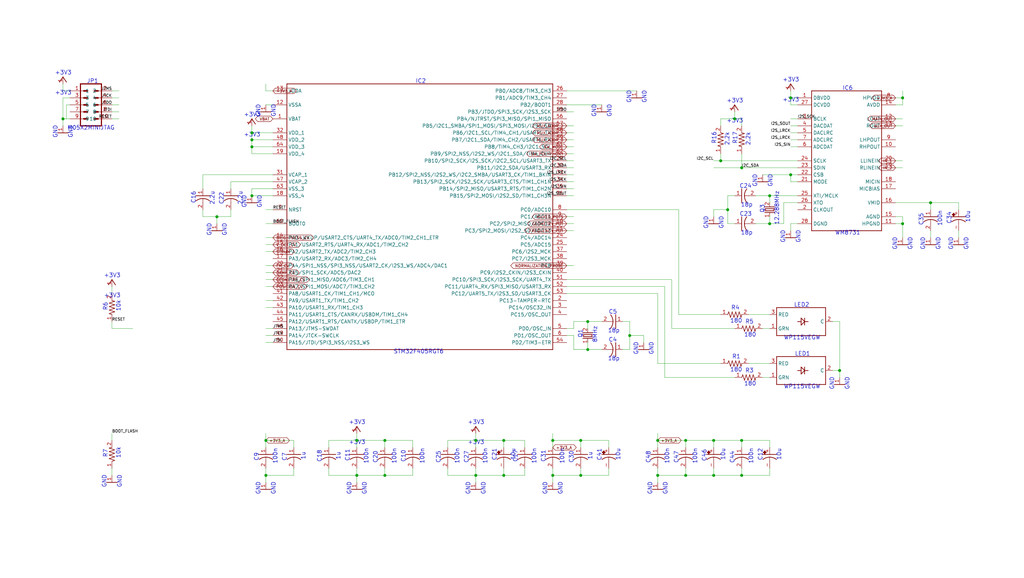
<source format=kicad_sch>
(kicad_sch (version 20231120) (generator "eeschema") (generator_version "8.0")
  (paper "User" 371.729 210.007)
  (junction (at 264.16 76.2))
  (junction (at 78.74 78.74))
  (junction (at 213.36 116.84))
  (junction (at 228.6 121.92))
  (junction (at 172.72 172.72))
  (junction (at 139.7 160.02))
  (junction (at 129.54 160.02))
  (junction (at 91.44 50.8))
  (junction (at 172.72 160.02))
  (junction (at 269.24 160.02))
  (junction (at 269.24 172.72))
  (junction (at 279.4 71.12))
  (junction (at 238.76 172.72))
  (junction (at 96.52 160.02))
  (junction (at 327.66 35.56))
  (junction (at 266.7 43.18))
  (junction (at 22.86 43.18))
  (junction (at 96.52 172.72))
  (junction (at 287.02 63.5))
  (junction (at 279.4 81.28))
  (junction (at 261.62 58.42))
  (junction (at 182.88 160.02))
  (junction (at 248.92 172.72))
  (junction (at 248.92 160.02))
  (junction (at 200.66 160.02))
  (junction (at 327.66 81.28))
  (junction (at 139.7 172.72))
  (junction (at 213.36 127))
  (junction (at 287.02 35.56))
  (junction (at 210.82 172.72))
  (junction (at 304.8 134.62))
  (junction (at 259.08 172.72))
  (junction (at 337.82 73.66))
  (junction (at 91.44 53.34))
  (junction (at 210.82 160.02))
  (junction (at 91.44 48.26))
  (junction (at 129.54 172.72))
  (junction (at 269.24 60.96))
  (junction (at 238.76 160.02))
  (junction (at 91.44 71.12))
  (junction (at 259.08 160.02))
  (junction (at 200.66 172.72))
  (junction (at 182.88 172.72))
  (wire (pts (xy 205.74 40.64) (xy 208.28 40.64)) (stroke (width 0.1)))
  (wire (pts (xy 289.56 43.18) (xy 287.02 43.18)) (stroke (width 0.1)))
  (wire (pts (xy 325.12 78.74) (xy 327.66 78.74)) (stroke (width 0.1)))
  (wire (pts (xy 99.06 38.1) (xy 96.52 38.1)) (stroke (width 0.1)))
  (wire (pts (xy 289.56 38.1) (xy 287.02 38.1)) (stroke (width 0.1)))
  (wire (pts (xy 172.72 172.72) (xy 182.88 172.72)) (stroke (width 0.1)))
  (wire (pts (xy 139.7 160.02) (xy 139.7 162.56)) (stroke (width 0.1)))
  (wire (pts (xy 205.74 106.68) (xy 238.76 106.68)) (stroke (width 0.1)))
  (wire (pts (xy 325.12 58.42) (xy 327.66 58.42)) (stroke (width 0.1)))
  (wire (pts (xy 210.82 172.72) (xy 220.98 172.72)) (stroke (width 0.1)))
  (wire (pts (xy 213.36 116.84) (xy 213.36 119.713)) (stroke (width 0.1)))
  (wire (pts (xy 248.92 170.18) (xy 248.92 172.72)) (stroke (width 0.1)))
  (wire (pts (xy 208.28 121.92) (xy 205.74 121.92)) (stroke (width 0.1)))
  (wire (pts (xy 205.74 50.8) (xy 208.28 50.8)) (stroke (width 0.1)))
  (wire (pts (xy 266.7 71.12) (xy 264.16 71.12)) (stroke (width 0.1)))
  (wire (pts (xy 205.74 104.14) (xy 241.3 104.14)) (stroke (width 0.1)))
  (wire (pts (xy 99.06 88.9) (xy 96.52 88.9)) (stroke (width 0.1)))
  (wire (pts (xy 218.44 127) (xy 213.36 127)) (stroke (width 0.1)))
  (wire (pts (xy 238.76 106.68) (xy 238.76 132.08)) (stroke (width 0.1)))
  (wire (pts (xy 259.08 160.02) (xy 259.08 162.56)) (stroke (width 0.1)))
  (wire (pts (xy 40.64 170.18) (xy 40.64 172.72)) (stroke (width 0.1)))
  (wire (pts (xy 99.06 33.02) (xy 96.52 33.02)) (stroke (width 0.1)))
  (wire (pts (xy 129.54 160.02) (xy 129.54 157.48)) (stroke (width 0.1)))
  (wire (pts (xy 40.64 35.56) (xy 43.18 35.56)) (stroke (width 0.1)))
  (wire (pts (xy 172.72 172.72) (xy 172.72 175.26)) (stroke (width 0.1)))
  (wire (pts (xy 220.98 160.02) (xy 220.98 162.56)) (stroke (width 0.1)))
  (wire (pts (xy 238.76 132.08) (xy 261.62 132.08)) (stroke (width 0.1)))
  (wire (pts (xy 266.7 43.18) (xy 261.62 43.18)) (stroke (width 0.1)))
  (wire (pts (xy 96.52 160.02) (xy 106.68 160.02)) (stroke (width 0.1)))
  (wire (pts (xy 40.64 119.38) (xy 48.26 119.38)) (stroke (width 0.1)))
  (wire (pts (xy 205.74 81.28) (xy 208.28 81.28)) (stroke (width 0.1)))
  (wire (pts (xy 304.8 137.16) (xy 304.8 134.62)) (stroke (width 0.1)))
  (wire (pts (xy 213.36 127) (xy 208.28 127)) (stroke (width 0.1)))
  (wire (pts (xy 284.48 73.66) (xy 289.56 73.66)) (stroke (width 0.1)))
  (wire (pts (xy 96.52 157.48) (xy 96.52 160.02)) (stroke (width 0.1)))
  (wire (pts (xy 172.72 170.18) (xy 172.72 172.72)) (stroke (width 0.1)))
  (wire (pts (xy 99.06 76.2) (xy 96.52 76.2)) (stroke (width 0.1)))
  (wire (pts (xy 210.82 160.02) (xy 210.82 162.56)) (stroke (width 0.1)))
  (wire (pts (xy 190.5 172.72) (xy 190.5 170.18)) (stroke (width 0.1)))
  (wire (pts (xy 205.74 58.42) (xy 208.28 58.42)) (stroke (width 0.1)))
  (wire (pts (xy 325.12 43.18) (xy 327.66 43.18)) (stroke (width 0.1)))
  (wire (pts (xy 269.24 172.72) (xy 279.4 172.72)) (stroke (width 0.1)))
  (wire (pts (xy 99.06 68.58) (xy 91.44 68.58)) (stroke (width 0.1)))
  (wire (pts (xy 264.16 81.28) (xy 266.7 81.28)) (stroke (width 0.1)))
  (wire (pts (xy 205.74 60.96) (xy 208.28 60.96)) (stroke (width 0.1)))
  (wire (pts (xy 289.56 71.12) (xy 279.4 71.12)) (stroke (width 0.1)))
  (wire (pts (xy 99.06 86.36) (xy 96.52 86.36)) (stroke (width 0.1)))
  (wire (pts (xy 287.02 63.5) (xy 287.02 66.04)) (stroke (width 0.1)))
  (wire (pts (xy 205.74 33.02) (xy 231.14 33.02)) (stroke (width 0.1)))
  (wire (pts (xy 266.7 43.18) (xy 266.7 40.64)) (stroke (width 0.1)))
  (wire (pts (xy 129.54 172.72) (xy 129.54 170.18)) (stroke (width 0.1)))
  (wire (pts (xy 40.64 40.64) (xy 43.18 40.64)) (stroke (width 0.1)))
  (wire (pts (xy 259.08 76.2) (xy 259.08 78.74)) (stroke (width 0.1)))
  (wire (pts (xy 269.24 43.18) (xy 266.7 43.18)) (stroke (width 0.1)))
  (wire (pts (xy 261.62 58.42) (xy 289.56 58.42)) (stroke (width 0.1)))
  (wire (pts (xy 327.66 81.28) (xy 327.66 86.36)) (stroke (width 0.1)))
  (wire (pts (xy 99.06 96.52) (xy 96.52 96.52)) (stroke (width 0.1)))
  (wire (pts (xy 269.24 160.02) (xy 279.4 160.02)) (stroke (width 0.1)))
  (wire (pts (xy 205.74 53.34) (xy 208.28 53.34)) (stroke (width 0.1)))
  (wire (pts (xy 287.02 35.56) (xy 287.02 33.02)) (stroke (width 0.1)))
  (wire (pts (xy 208.28 116.84) (xy 213.36 116.84)) (stroke (width 0.1)))
  (wire (pts (xy 220.98 172.72) (xy 220.98 170.18)) (stroke (width 0.1)))
  (wire (pts (xy 22.86 43.18) (xy 22.86 45.72)) (stroke (width 0.1)))
  (wire (pts (xy 99.06 109.22) (xy 96.52 109.22)) (stroke (width 0.1)))
  (wire (pts (xy 228.6 127) (xy 226.06 127)) (stroke (width 0.1)))
  (wire (pts (xy 264.16 71.12) (xy 264.16 76.2)) (stroke (width 0.1)))
  (wire (pts (xy 266.7 119.38) (xy 243.84 119.38)) (stroke (width 0.1)))
  (wire (pts (xy 162.56 160.02) (xy 162.56 162.56)) (stroke (width 0.1)))
  (wire (pts (xy 129.54 172.72) (xy 139.7 172.72)) (stroke (width 0.1)))
  (wire (pts (xy 190.5 160.02) (xy 190.5 162.56)) (stroke (width 0.1)))
  (wire (pts (xy 99.06 124.46) (xy 96.52 124.46)) (stroke (width 0.1)))
  (wire (pts (xy 162.56 170.18) (xy 162.56 172.72)) (stroke (width 0.1)))
  (wire (pts (xy 264.16 76.2) (xy 259.08 76.2)) (stroke (width 0.1)))
  (wire (pts (xy 287.02 38.1) (xy 287.02 35.56)) (stroke (width 0.1)))
  (wire (pts (xy 205.74 78.74) (xy 208.28 78.74)) (stroke (width 0.1)))
  (wire (pts (xy 73.66 76.2) (xy 73.66 78.74)) (stroke (width 0.1)))
  (wire (pts (xy 99.06 91.44) (xy 96.52 91.44)) (stroke (width 0.1)))
  (wire (pts (xy 162.56 172.72) (xy 172.72 172.72)) (stroke (width 0.1)))
  (wire (pts (xy 200.66 162.56) (xy 200.66 160.02)) (stroke (width 0.1)))
  (wire (pts (xy 205.74 119.38) (xy 208.28 119.38)) (stroke (width 0.1)))
  (wire (pts (xy 269.24 55.88) (xy 269.24 60.96)) (stroke (width 0.1)))
  (wire (pts (xy 73.66 78.74) (xy 78.74 78.74)) (stroke (width 0.1)))
  (wire (pts (xy 91.44 55.88) (xy 99.06 55.88)) (stroke (width 0.1)))
  (wire (pts (xy 106.68 160.02) (xy 106.68 162.56)) (stroke (width 0.1)))
  (wire (pts (xy 205.74 71.12) (xy 208.28 71.12)) (stroke (width 0.1)))
  (wire (pts (xy 243.84 101.6) (xy 205.74 101.6)) (stroke (width 0.1)))
  (wire (pts (xy 259.08 58.42) (xy 261.62 58.42)) (stroke (width 0.1)))
  (wire (pts (xy 213.36 127) (xy 213.36 124.127)) (stroke (width 0.1)))
  (wire (pts (xy 228.6 116.84) (xy 228.6 121.92)) (stroke (width 0.1)))
  (wire (pts (xy 205.74 76.2) (xy 246.38 76.2)) (stroke (width 0.1)))
  (wire (pts (xy 327.66 38.1) (xy 327.66 35.56)) (stroke (width 0.1)))
  (wire (pts (xy 22.86 33.02) (xy 22.86 30.48)) (stroke (width 0.1)))
  (wire (pts (xy 83.82 68.58) (xy 83.82 66.04)) (stroke (width 0.1)))
  (wire (pts (xy 337.82 73.66) (xy 337.82 76.2)) (stroke (width 0.1)))
  (wire (pts (xy 289.56 63.5) (xy 287.02 63.5)) (stroke (width 0.1)))
  (wire (pts (xy 228.6 121.92) (xy 233.68 121.92)) (stroke (width 0.1)))
  (wire (pts (xy 91.44 53.34) (xy 99.06 53.34)) (stroke (width 0.1)))
  (wire (pts (xy 246.38 114.3) (xy 261.62 114.3)) (stroke (width 0.1)))
  (wire (pts (xy 238.76 160.02) (xy 248.92 160.02)) (stroke (width 0.1)))
  (wire (pts (xy 99.06 104.14) (xy 96.52 104.14)) (stroke (width 0.1)))
  (wire (pts (xy 287.02 50.8) (xy 289.56 50.8)) (stroke (width 0.1)))
  (wire (pts (xy 279.4 160.02) (xy 279.4 162.56)) (stroke (width 0.1)))
  (wire (pts (xy 208.28 119.38) (xy 208.28 116.84)) (stroke (width 0.1)))
  (wire (pts (xy 325.12 38.1) (xy 327.66 38.1)) (stroke (width 0.1)))
  (wire (pts (xy 149.86 160.02) (xy 149.86 162.56)) (stroke (width 0.1)))
  (wire (pts (xy 200.66 170.18) (xy 200.66 172.72)) (stroke (width 0.1)))
  (wire (pts (xy 210.82 160.02) (xy 220.98 160.02)) (stroke (width 0.1)))
  (wire (pts (xy 279.4 71.12) (xy 279.4 73.993)) (stroke (width 0.1)))
  (wire (pts (xy 279.4 172.72) (xy 279.4 170.18)) (stroke (width 0.1)))
  (wire (pts (xy 269.24 45.72) (xy 269.24 43.18)) (stroke (width 0.1)))
  (wire (pts (xy 233.68 121.92) (xy 233.68 124.46)) (stroke (width 0.1)))
  (wire (pts (xy 269.24 172.72) (xy 269.24 170.18)) (stroke (width 0.1)))
  (wire (pts (xy 241.3 104.14) (xy 241.3 137.16)) (stroke (width 0.1)))
  (wire (pts (xy 279.4 81.28) (xy 279.4 78.407)) (stroke (width 0.1)))
  (wire (pts (xy 78.74 81.28) (xy 78.74 78.74)) (stroke (width 0.1)))
  (wire (pts (xy 259.08 160.02) (xy 269.24 160.02)) (stroke (width 0.1)))
  (wire (pts (xy 78.74 78.74) (xy 83.82 78.74)) (stroke (width 0.1)))
  (wire (pts (xy 119.38 160.02) (xy 129.54 160.02)) (stroke (width 0.1)))
  (wire (pts (xy 119.38 172.72) (xy 129.54 172.72)) (stroke (width 0.1)))
  (wire (pts (xy 96.52 172.72) (xy 96.52 175.26)) (stroke (width 0.1)))
  (wire (pts (xy 287.02 48.26) (xy 289.56 48.26)) (stroke (width 0.1)))
  (wire (pts (xy 172.72 160.02) (xy 172.72 162.56)) (stroke (width 0.1)))
  (wire (pts (xy 129.54 160.02) (xy 139.7 160.02)) (stroke (width 0.1)))
  (wire (pts (xy 40.64 38.1) (xy 43.18 38.1)) (stroke (width 0.1)))
  (wire (pts (xy 25.4 38.1) (xy 24.13 38.1)) (stroke (width 0.1)))
  (wire (pts (xy 238.76 170.18) (xy 238.76 172.72)) (stroke (width 0.1)))
  (wire (pts (xy 238.76 172.72) (xy 238.76 175.26)) (stroke (width 0.1)))
  (wire (pts (xy 205.74 38.1) (xy 218.44 38.1)) (stroke (width 0.1)))
  (wire (pts (xy 248.92 162.56) (xy 248.92 160.02)) (stroke (width 0.1)))
  (wire (pts (xy 182.88 162.56) (xy 182.88 160.02)) (stroke (width 0.1)))
  (wire (pts (xy 91.44 48.26) (xy 91.44 45.72)) (stroke (width 0.1)))
  (wire (pts (xy 238.76 172.72) (xy 248.92 172.72)) (stroke (width 0.1)))
  (wire (pts (xy 274.32 81.28) (xy 279.4 81.28)) (stroke (width 0.1)))
  (wire (pts (xy 22.86 35.56) (xy 22.86 43.18)) (stroke (width 0.1)))
  (wire (pts (xy 91.44 50.8) (xy 91.44 53.34)) (stroke (width 0.1)))
  (wire (pts (xy 119.38 162.56) (xy 119.38 160.02)) (stroke (width 0.1)))
  (wire (pts (xy 73.66 68.58) (xy 73.66 63.5)) (stroke (width 0.1)))
  (wire (pts (xy 139.7 172.72) (xy 139.7 170.18)) (stroke (width 0.1)))
  (wire (pts (xy 284.48 81.28) (xy 284.48 73.66)) (stroke (width 0.1)))
  (wire (pts (xy 182.88 172.72) (xy 190.5 172.72)) (stroke (width 0.1)))
  (wire (pts (xy 289.56 60.96) (xy 269.24 60.96)) (stroke (width 0.1)))
  (wire (pts (xy 40.64 104.14) (xy 40.64 106.68)) (stroke (width 0.1)))
  (wire (pts (xy 40.64 157.48) (xy 40.64 160.02)) (stroke (width 0.1)))
  (wire (pts (xy 91.44 68.58) (xy 91.44 71.12)) (stroke (width 0.1)))
  (wire (pts (xy 276.86 119.38) (xy 279.4 119.38)) (stroke (width 0.1)))
  (wire (pts (xy 287.02 66.04) (xy 289.56 66.04)) (stroke (width 0.1)))
  (wire (pts (xy 73.66 63.5) (xy 99.06 63.5)) (stroke (width 0.1)))
  (wire (pts (xy 325.12 81.28) (xy 327.66 81.28)) (stroke (width 0.1)))
  (wire (pts (xy 261.62 55.88) (xy 261.62 58.42)) (stroke (width 0.1)))
  (wire (pts (xy 325.12 45.72) (xy 327.66 45.72)) (stroke (width 0.1)))
  (wire (pts (xy 182.88 160.02) (xy 172.72 160.02)) (stroke (width 0.1)))
  (wire (pts (xy 99.06 121.92) (xy 96.52 121.92)) (stroke (width 0.1)))
  (wire (pts (xy 337.82 73.66) (xy 347.98 73.66)) (stroke (width 0.1)))
  (wire (pts (xy 208.28 127) (xy 208.28 121.92)) (stroke (width 0.1)))
  (wire (pts (xy 287.02 53.34) (xy 289.56 53.34)) (stroke (width 0.1)))
  (wire (pts (xy 261.62 43.18) (xy 261.62 45.72)) (stroke (width 0.1)))
  (wire (pts (xy 205.74 45.72) (xy 208.28 45.72)) (stroke (width 0.1)))
  (wire (pts (xy 289.56 81.28) (xy 287.02 81.28)) (stroke (width 0.1)))
  (wire (pts (xy 96.52 170.18) (xy 96.52 172.72)) (stroke (width 0.1)))
  (wire (pts (xy 139.7 160.02) (xy 149.86 160.02)) (stroke (width 0.1)))
  (wire (pts (xy 83.82 78.74) (xy 83.82 76.2)) (stroke (width 0.1)))
  (wire (pts (xy 200.66 172.72) (xy 210.82 172.72)) (stroke (width 0.1)))
  (wire (pts (xy 243.84 119.38) (xy 243.84 101.6)) (stroke (width 0.1)))
  (wire (pts (xy 271.78 132.08) (xy 279.4 132.08)) (stroke (width 0.1)))
  (wire (pts (xy 248.92 160.02) (xy 259.08 160.02)) (stroke (width 0.1)))
  (wire (pts (xy 200.66 160.02) (xy 210.82 160.02)) (stroke (width 0.1)))
  (wire (pts (xy 96.52 172.72) (xy 106.68 172.72)) (stroke (width 0.1)))
  (wire (pts (xy 279.4 81.28) (xy 284.48 81.28)) (stroke (width 0.1)))
  (wire (pts (xy 25.4 33.02) (xy 22.86 33.02)) (stroke (width 0.1)))
  (wire (pts (xy 287.02 63.5) (xy 276.86 63.5)) (stroke (width 0.1)))
  (wire (pts (xy 337.82 83.82) (xy 337.82 86.36)) (stroke (width 0.1)))
  (wire (pts (xy 287.02 81.28) (xy 287.02 83.82)) (stroke (width 0.1)))
  (wire (pts (xy 205.74 63.5) (xy 208.28 63.5)) (stroke (width 0.1)))
  (wire (pts (xy 172.72 160.02) (xy 162.56 160.02)) (stroke (width 0.1)))
  (wire (pts (xy 99.06 101.6) (xy 96.52 101.6)) (stroke (width 0.1)))
  (wire (pts (xy 91.44 48.26) (xy 91.44 50.8)) (stroke (width 0.1)))
  (wire (pts (xy 259.08 172.72) (xy 259.08 170.18)) (stroke (width 0.1)))
  (wire (pts (xy 22.86 43.18) (xy 25.4 43.18)) (stroke (width 0.1)))
  (wire (pts (xy 226.06 116.84) (xy 228.6 116.84)) (stroke (width 0.1)))
  (wire (pts (xy 210.82 172.72) (xy 210.82 170.18)) (stroke (width 0.1)))
  (wire (pts (xy 325.12 60.96) (xy 327.66 60.96)) (stroke (width 0.1)))
  (wire (pts (xy 40.64 33.02) (xy 43.18 33.02)) (stroke (width 0.1)))
  (wire (pts (xy 205.74 55.88) (xy 208.28 55.88)) (stroke (width 0.1)))
  (wire (pts (xy 40.64 43.18) (xy 43.18 43.18)) (stroke (width 0.1)))
  (wire (pts (xy 99.06 48.26) (xy 91.44 48.26)) (stroke (width 0.1)))
  (wire (pts (xy 91.44 71.12) (xy 99.06 71.12)) (stroke (width 0.1)))
  (wire (pts (xy 274.32 71.12) (xy 279.4 71.12)) (stroke (width 0.1)))
  (wire (pts (xy 304.8 116.84) (xy 304.8 134.62)) (stroke (width 0.1)))
  (wire (pts (xy 287.02 45.72) (xy 289.56 45.72)) (stroke (width 0.1)))
  (wire (pts (xy 271.78 114.3) (xy 279.4 114.3)) (stroke (width 0.1)))
  (wire (pts (xy 264.16 76.2) (xy 264.16 81.28)) (stroke (width 0.1)))
  (wire (pts (xy 269.24 160.02) (xy 269.24 162.56)) (stroke (width 0.1)))
  (wire (pts (xy 246.38 76.2) (xy 246.38 114.3)) (stroke (width 0.1)))
  (wire (pts (xy 40.64 116.84) (xy 40.64 119.38)) (stroke (width 0.1)))
  (wire (pts (xy 205.74 68.58) (xy 208.28 68.58)) (stroke (width 0.1)))
  (wire (pts (xy 83.82 66.04) (xy 99.06 66.04)) (stroke (width 0.1)))
  (wire (pts (xy 24.13 38.1) (xy 24.13 43.18)) (stroke (width 0.1)))
  (wire (pts (xy 129.54 175.26) (xy 129.54 172.72)) (stroke (width 0.1)))
  (wire (pts (xy 200.66 160.02) (xy 200.66 157.48)) (stroke (width 0.1)))
  (wire (pts (xy 106.68 172.72) (xy 106.68 170.18)) (stroke (width 0.1)))
  (wire (pts (xy 119.38 170.18) (xy 119.38 172.72)) (stroke (width 0.1)))
  (wire (pts (xy 139.7 172.72) (xy 149.86 172.72)) (stroke (width 0.1)))
  (wire (pts (xy 302.26 116.84) (xy 304.8 116.84)) (stroke (width 0.1)))
  (wire (pts (xy 327.66 35.56) (xy 327.66 33.02)) (stroke (width 0.1)))
  (wire (pts (xy 182.88 172.72) (xy 182.88 170.18)) (stroke (width 0.1)))
  (wire (pts (xy 129.54 162.56) (xy 129.54 160.02)) (stroke (width 0.1)))
  (wire (pts (xy 182.88 160.02) (xy 190.5 160.02)) (stroke (width 0.1)))
  (wire (pts (xy 276.86 137.16) (xy 279.4 137.16)) (stroke (width 0.1)))
  (wire (pts (xy 347.98 73.66) (xy 347.98 76.2)) (stroke (width 0.1)))
  (wire (pts (xy 289.56 35.56) (xy 287.02 35.56)) (stroke (width 0.1)))
  (wire (pts (xy 149.86 172.72) (xy 149.86 170.18)) (stroke (width 0.1)))
  (wire (pts (xy 99.06 81.28) (xy 96.52 81.28)) (stroke (width 0.1)))
  (wire (pts (xy 25.4 35.56) (xy 22.86 35.56)) (stroke (width 0.1)))
  (wire (pts (xy 238.76 162.56) (xy 238.76 160.02)) (stroke (width 0.1)))
  (wire (pts (xy 91.44 53.34) (xy 91.44 55.88)) (stroke (width 0.1)))
  (wire (pts (xy 248.92 172.72) (xy 259.08 172.72)) (stroke (width 0.1)))
  (wire (pts (xy 304.8 134.62) (xy 302.26 134.62)) (stroke (width 0.1)))
  (wire (pts (xy 325.12 35.56) (xy 327.66 35.56)) (stroke (width 0.1)))
  (wire (pts (xy 99.06 99.06) (xy 96.52 99.06)) (stroke (width 0.1)))
  (wire (pts (xy 347.98 83.82) (xy 347.98 86.36)) (stroke (width 0.1)))
  (wire (pts (xy 99.06 119.38) (xy 96.52 119.38)) (stroke (width 0.1)))
  (wire (pts (xy 96.52 160.02) (xy 96.52 162.56)) (stroke (width 0.1)))
  (wire (pts (xy 205.74 66.04) (xy 208.28 66.04)) (stroke (width 0.1)))
  (wire (pts (xy 327.66 78.74) (xy 327.66 81.28)) (stroke (width 0.1)))
  (wire (pts (xy 259.08 172.72) (xy 269.24 172.72)) (stroke (width 0.1)))
  (wire (pts (xy 269.24 60.96) (xy 259.08 60.96)) (stroke (width 0.1)))
  (wire (pts (xy 218.44 116.84) (xy 213.36 116.84)) (stroke (width 0.1)))
  (wire (pts (xy 205.74 83.82) (xy 208.28 83.82)) (stroke (width 0.1)))
  (wire (pts (xy 91.44 50.8) (xy 99.06 50.8)) (stroke (width 0.1)))
  (wire (pts (xy 205.74 48.26) (xy 208.28 48.26)) (stroke (width 0.1)))
  (wire (pts (xy 205.74 96.52) (xy 208.28 96.52)) (stroke (width 0.1)))
  (wire (pts (xy 238.76 160.02) (xy 238.76 157.48)) (stroke (width 0.1)))
  (wire (pts (xy 96.52 33.02) (xy 96.52 30.48)) (stroke (width 0.1)))
  (wire (pts (xy 228.6 121.92) (xy 228.6 127)) (stroke (width 0.1)))
  (wire (pts (xy 99.06 111.76) (xy 96.52 111.76)) (stroke (width 0.1)))
  (wire (pts (xy 241.3 137.16) (xy 266.7 137.16)) (stroke (width 0.1)))
  (wire (pts (xy 325.12 73.66) (xy 337.82 73.66)) (stroke (width 0.1)))
  (wire (pts (xy 172.72 157.48) (xy 172.72 160.02)) (stroke (width 0.1)))
  (wire (pts (xy 200.66 172.72) (xy 200.66 175.26)) (stroke (width 0.1)))
  (text "C24" (at 268.436 68.58 0) (effects (font (size 1.48 1.48)) (justify left bottom)))
  (text "C10" (at 147.32 168.08 90) (effects (font (size 1.48 1.48)) (justify left bottom)))
  (text "GND" (at 80.645 85.858 90) (effects (font (size 1.48 1.48)) (justify left top)))
  (text "STM32F405RGT6" (at 142.869 127 0) (effects (font (size 1.48 1.48)) (justify left top)))
  (text "C11" (at 127 167.753 90) (effects (font (size 1.48 1.48)) (justify left bottom)))
  (text "GND" (at 285.115 88.398 90) (effects (font (size 1.48 1.48)) (justify left bottom)))
  (text "100n" (at 251.46 168.68 90) (effects (font (size 1.48 1.48)) (justify left top)))
  (text "C20" (at 137.16 168.408 90) (effects (font (size 1.48 1.48)) (justify left bottom)))
  (text "GND" (at 329.565 90.938 90) (effects (font (size 1.48 1.48)) (justify left top)))
  (text "C7" (at 104.14 167.662 90) (effects (font (size 1.48 1.48)) (justify left bottom)))
  (text "M05X2MINIJTAG" (at 24.473 45.72 0) (effects (font (size 1.48 1.48)) (justify left top)))
  (text "100n" (at 132.08 168.68 90) (effects (font (size 1.48 1.48)) (justify left top)))
  (text "R7" (at 39.14 166.356 90) (effects (font (size 1.48 1.48)) (justify left bottom)))
  (text "GND" (at 76.835 85.858 90) (effects (font (size 1.48 1.48)) (justify left bottom)))
  (text "GND" (at 220.345 42.678 90) (effects (font (size 1.48 1.48)) (justify left top)))
  (text "GND" (at 260.985 83.318 90) (effects (font (size 1.48 1.48)) (justify left top)))
  (text "C27" (at 170.18 168.408 90) (effects (font (size 1.48 1.48)) (justify left bottom)))
  (text "+3V3" (at 37.674 106.592 0) (effects (font (size 1.48 1.48)) (justify left top)))
  (text "10u" (at 350.52 80.987 90) (effects (font (size 1.48 1.48)) (justify left top)))
  (text "C23" (at 268.472 78.74 0) (effects (font (size 1.48 1.48)) (justify left bottom)))
  (text "GND" (at 198.755 179.838 90) (effects (font (size 1.48 1.48)) (justify left bottom)))
  (text "GND" (at 89.535 75.698 90) (effects (font (size 1.48 1.48)) (justify left bottom)))
  (text "2.2k" (at 263.12 53.001 90) (effects (font (size 1.48 1.48)) (justify left top)))
  (text "C48" (at 236.22 168.443 90) (effects (font (size 1.48 1.48)) (justify left bottom)))
  (text "2.2k" (at 270.74 53.001 90) (effects (font (size 1.48 1.48)) (justify left top)))
  (text "R16" (at 260.12 52.437 90) (effects (font (size 1.48 1.48)) (justify left bottom)))
  (text "GND" (at 235.585 129.038 90) (effects (font (size 1.48 1.48)) (justify left top)))
  (text "C21" (at 180.34 167.492 90) (effects (font (size 1.48 1.48)) (justify left bottom)))
  (text "100n" (at 193.04 168.68 90) (effects (font (size 1.48 1.48)) (justify left top)))
  (text "GND" (at 94.615 179.838 90) (effects (font (size 1.48 1.48)) (justify left bottom)))
  (text "2.2u" (at 86.36 74.591 90) (effects (font (size 1.48 1.48)) (justify left top)))
  (text "100n" (at 340.36 82.32 90) (effects (font (size 1.48 1.48)) (justify left top)))
  (text "R17" (at 267.74 52.474 90) (effects (font (size 1.48 1.48)) (justify left bottom)))
  (text "180" (at 265.027 133.58 0) (effects (font (size 1.48 1.48)) (justify left top)))
  (text "18p" (at 220.649 119.38 0) (effects (font (size 1.48 1.48)) (justify left top)))
  (text "1u" (at 213.36 167.189 90) (effects (font (size 1.48 1.48)) (justify left top)))
  (text "+3V3" (at 126.574 159.932 0) (effects (font (size 1.48 1.48)) (justify left top)))
  (text "GND" (at 274.955 68.078 90) (effects (font (size 1.48 1.48)) (justify left bottom)))
  (text "+3V3" (at 19.894 27.393 0) (effects (font (size 1.48 1.48)) (justify left bottom)))
  (text "+3V3" (at 88.474 42.633 0) (effects (font (size 1.48 1.48)) (justify left bottom)))
  (text "180" (at 270.107 120.88 0) (effects (font (size 1.48 1.48)) (justify left top)))
  (text "LED2" (at 288.193 111.76 0) (effects (font (size 1.48 1.48)) (justify left bottom)))
  (text "100n" (at 203.2 168.68 90) (effects (font (size 1.48 1.48)) (justify left top)))
  (text "C12" (at 276.86 167.492 90) (effects (font (size 1.48 1.48)) (justify left bottom)))
  (text "180" (at 270.107 138.66 0) (effects (font (size 1.48 1.48)) (justify left top)))
  (text "GND" (at 98.425 42.678 90) (effects (font (size 1.48 1.48)) (justify left top)))
  (text "+3V3" (at 284.054 35.472 0) (effects (font (size 1.48 1.48)) (justify left top)))
  (text "GND" (at 288.925 88.398 90) (effects (font (size 1.48 1.48)) (justify left top)))
  (text "GND" (at 93.345 75.698 90) (effects (font (size 1.48 1.48)) (justify left top)))
  (text "GND" (at 325.755 90.938 90) (effects (font (size 1.48 1.48)) (justify left bottom)))
  (text "100n" (at 142.24 168.68 90) (effects (font (size 1.48 1.48)) (justify left top)))
  (text "Q3" (at 277.622 77.529 90) (effects (font (size 1.48 1.48)) (justify left bottom)))
  (text "WP115VEGW" (at 284.499 139.7 0) (effects (font (size 1.48 1.48)) (justify left top)))
  (text "GND" (at 257.175 83.318 90) (effects (font (size 1.48 1.48)) (justify left bottom)))
  (text "C16" (at 71.12 74.063 90) (effects (font (size 1.48 1.48)) (justify left bottom)))
  (text "180" (at 265.027 115.8 0) (effects (font (size 1.48 1.48)) (justify left top)))
  (text "C35" (at 335.28 82.048 90) (effects (font (size 1.48 1.48)) (justify left bottom)))
  (text "GND" (at 174.625 179.838 90) (effects (font (size 1.48 1.48)) (justify left top)))
  (text "10u" (at 281.94 167.347 90) (effects (font (size 1.48 1.48)) (justify left top)))
  (text "GND" (at 302.895 141.738 90) (effects (font (size 1.48 1.48)) (justify left bottom)))
  (text "100n" (at 241.3 168.68 90) (effects (font (size 1.48 1.48)) (justify left top)))
  (text "JP1" (at 31.491 30.48 0) (effects (font (size 1.48 1.48)) (justify left bottom)))
  (text "10u" (at 261.62 167.347 90) (effects (font (size 1.48 1.48)) (justify left top)))
  (text "C44" (at 266.7 168.481 90) (effects (font (size 1.48 1.48)) (justify left bottom)))
  (text "8MHz" (at 215.138 124.63 90) (effects (font (size 1.48 1.48)) (justify left top)))
  (text "10u" (at 223.52 167.347 90) (effects (font (size 1.48 1.48)) (justify left top)))
  (text "1u" (at 121.92 167.189 90) (effects (font (size 1.48 1.48)) (justify left top)))
  (text "C30" (at 208.28 168.408 90) (effects (font (size 1.48 1.48)) (justify left bottom)))
  (text "R1" (at 265.771 130.58 0) (effects (font (size 1.48 1.48)) (justify left bottom)))
  (text "10k" (at 42.14 113.325 90) (effects (font (size 1.48 1.48)) (justify left top)))
  (text "GND" (at 42.545 177.298 90) (effects (font (size 1.48 1.48)) (justify left top)))
  (text "C22" (at 81.28 74.428 90) (effects (font (size 1.48 1.48)) (justify left bottom)))
  (text "R3" (at 270.524 135.66 0) (effects (font (size 1.48 1.48)) (justify left bottom)))
  (text "GND" (at 346.075 90.938 90) (effects (font (size 1.48 1.48)) (justify left bottom)))
  (text "R6" (at 39.14 112.979 90) (effects (font (size 1.48 1.48)) (justify left bottom)))
  (text "C25" (at 160.02 168.408 90) (effects (font (size 1.48 1.48)) (justify left bottom)))
  (text "100n" (at 175.26 168.68 90) (effects (font (size 1.48 1.48)) (justify left top)))
  (text "GND" (at 202.565 179.838 90) (effects (font (size 1.48 1.48)) (justify left top)))
  (text "+3V3" (at 88.474 48.173 0) (effects (font (size 1.48 1.48)) (justify left top)))
  (text "GND" (at 24.765 50.298 90) (effects (font (size 1.48 1.48)) (justify left top)))
  (text "+3V3" (at 37.674 101.053 0) (effects (font (size 1.48 1.48)) (justify left bottom)))
  (text "+3V3" (at 263.734 43.092 0) (effects (font (size 1.48 1.48)) (justify left top)))
  (text "+3V3" (at 169.754 154.393 0) (effects (font (size 1.48 1.48)) (justify left bottom)))
  (text "C17" (at 187.96 168.08 90) (effects (font (size 1.48 1.48)) (justify left bottom)))
  (text "GND" (at 306.705 141.738 90) (effects (font (size 1.48 1.48)) (justify left top)))
  (text "IC6" (at 305.849 33.02 0) (effects (font (size 1.48 1.48)) (justify left bottom)))
  (text "100n" (at 152.4 168.68 90) (effects (font (size 1.48 1.48)) (justify left top)))
  (text "GND" (at 94.615 42.678 90) (effects (font (size 1.48 1.48)) (justify left bottom)))
  (text "GND" (at 98.425 179.838 90) (effects (font (size 1.48 1.48)) (justify left top)))
  (text "Q1" (at 211.582 122.922 90) (effects (font (size 1.48 1.48)) (justify left bottom)))
  (text "+3V3" (at 169.754 159.932 0) (effects (font (size 1.48 1.48)) (justify left top)))
  (text "C31" (at 198.12 168.08 90) (effects (font (size 1.48 1.48)) (justify left bottom)))
  (text "GND" (at 236.855 179.838 90) (effects (font (size 1.48 1.48)) (justify left bottom)))
  (text "1u" (at 109.22 167.189 90) (effects (font (size 1.48 1.48)) (justify left top)))
  (text "C34" (at 345.44 81.496 90) (effects (font (size 1.48 1.48)) (justify left bottom)))
  (text "GND" (at 229.235 37.598 90) (effects (font (size 1.48 1.48)) (justify left bottom)))
  (text "R5" (at 270.524 117.88 0) (effects (font (size 1.48 1.48)) (justify left bottom)))
  (text "100n" (at 271.78 168.68 90) (effects (font (size 1.48 1.48)) (justify left top)))
  (text "+3V3" (at 19.894 32.932 0) (effects (font (size 1.48 1.48)) (justify left top)))
  (text "+3V3" (at 126.574 154.393 0) (effects (font (size 1.48 1.48)) (justify left bottom)))
  (text "GND" (at 38.735 177.298 90) (effects (font (size 1.48 1.48)) (justify left bottom)))
  (text "GND" (at 131.445 179.838 90) (effects (font (size 1.48 1.48)) (justify left top)))
  (text "GND" (at 170.815 179.838 90) (effects (font (size 1.48 1.48)) (justify left bottom)))
  (text "12.288MHz" (at 281.178 81.873 90) (effects (font (size 1.48 1.48)) (justify left top)))
  (text "100n" (at 99.06 168.68 90) (effects (font (size 1.48 1.48)) (justify left top)))
  (text "18p" (at 268.909 73.66 0) (effects (font (size 1.48 1.48)) (justify left top)))
  (text "WM8731" (at 303.138 83.82 0) (effects (font (size 1.48 1.48)) (justify left top)))
  (text "GND" (at 240.665 179.838 90) (effects (font (size 1.48 1.48)) (justify left top)))
  (text "C46" (at 256.54 167.819 90) (effects (font (size 1.48 1.48)) (justify left bottom)))
  (text "C4" (at 220.921 124.46 0) (effects (font (size 1.48 1.48)) (justify left bottom)))
  (text "C18" (at 116.84 168.08 90) (effects (font (size 1.48 1.48)) (justify left bottom)))
  (text "100n" (at 165.1 168.68 90) (effects (font (size 1.48 1.48)) (justify left top)))
  (text "+3V3" (at 263.734 37.553 0) (effects (font (size 1.48 1.48)) (justify left bottom)))
  (text "R4" (at 265.408 112.8 0) (effects (font (size 1.48 1.48)) (justify left bottom)))
  (text "LED1" (at 288.52 129.54 0) (effects (font (size 1.48 1.48)) (justify left bottom)))
  (text "18p" (at 268.909 83.82 0) (effects (font (size 1.48 1.48)) (justify left top)))
  (text "WP115VEGW" (at 284.499 121.92 0) (effects (font (size 1.48 1.48)) (justify left top)))
  (text "GND" (at 339.725 90.938 90) (effects (font (size 1.48 1.48)) (justify left top)))
  (text "GND" (at 20.955 50.298 90) (effects (font (size 1.48 1.48)) (justify left bottom)))
  (text "C9" (at 93.98 167.626 90) (effects (font (size 1.48 1.48)) (justify left bottom)))
  (text "GND" (at 127.635 179.838 90) (effects (font (size 1.48 1.48)) (justify left bottom)))
  (text "10u" (at 185.42 167.347 90) (effects (font (size 1.48 1.48)) (justify left top)))
  (text "+3V3" (at 284.054 29.932 0) (effects (font (size 1.48 1.48)) (justify left bottom)))
  (text "10k" (at 42.14 166.665 90) (effects (font (size 1.48 1.48)) (justify left top)))
  (text "C47" (at 246.38 168.444 90) (effects (font (size 1.48 1.48)) (justify left bottom)))
  (text "GND" (at 216.535 42.678 90) (effects (font (size 1.48 1.48)) (justify left bottom)))
  (text "GND" (at 335.915 90.938 90) (effects (font (size 1.48 1.48)) (justify left bottom)))
  (text "GND" (at 231.775 129.038 90) (effects (font (size 1.48 1.48)) (justify left bottom)))
  (text "IC2" (at 150.872 30.48 0) (effects (font (size 1.48 1.48)) (justify left bottom)))
  (text "C41" (at 218.44 167.529 90) (effects (font (size 1.48 1.48)) (justify left bottom)))
  (text "GND" (at 233.045 37.598 90) (effects (font (size 1.48 1.48)) (justify left top)))
  (text "GND" (at 278.765 68.078 90) (effects (font (size 1.48 1.48)) (justify left top)))
  (text "18p" (at 220.649 129.54 0) (effects (font (size 1.48 1.48)) (justify left top)))
  (text "GND" (at 349.885 90.938 90) (effects (font (size 1.48 1.48)) (justify left top)))
  (text "C5" (at 220.958 114.3 0) (effects (font (size 1.48 1.48)) (justify left bottom)))
  (text "2.2u" (at 76.2 74.591 90) (effects (font (size 1.48 1.48)) (justify left top)))
  (label "BOOT_FLASH" (at 99.06 81.28 0) (effects (font (size 1.016 1.016))))
  (label "I2C_SCL" (at 205.74 58.42 180) (effects (font (size 1.016 1.016))))
  (label "I2S_LRCK" (at 287.02 50.8 180) (effects (font (size 1.016 1.016))))
  (label "JTMS" (at 40.64 33.02 180) (effects (font (size 1.016 1.016))))
  (label "I2S_SIN" (at 205.74 68.58 180) (effects (font (size 1.016 1.016))))
  (label "I2S_SOUT" (at 205.74 71.12 180) (effects (font (size 1.016 1.016))))
  (label "I2S_SOUT" (at 287.02 45.72 180) (effects (font (size 1.016 1.016))))
  (label "JTDI" (at 99.06 124.46 0) (effects (font (size 1.016 1.016))))
  (label "I2S_SIN" (at 287.02 53.34 180) (effects (font (size 1.016 1.016))))
  (label "RESET" (at 40.64 116.84 0) (effects (font (size 1.016 1.016))))
  (label "RESET" (at 40.64 43.18 180) (effects (font (size 1.016 1.016))))
  (label "I2C_SDA" (at 205.74 60.96 180) (effects (font (size 1.016 1.016))))
  (label "JTCK" (at 40.64 35.56 180) (effects (font (size 1.016 1.016))))
  (label "I2S_LRCK" (at 287.02 48.26 180) (effects (font (size 1.016 1.016))))
  (label "JTDO" (at 205.74 40.64 180) (effects (font (size 1.016 1.016))))
  (label "I2S_SCK" (at 205.74 66.04 180) (effects (font (size 1.016 1.016))))
  (label "JTDO" (at 40.64 38.1 180) (effects (font (size 1.016 1.016))))
  (label "RESET" (at 99.06 76.2 0) (effects (font (size 1.016 1.016))))
  (label "I2S_SCK" (at 289.56 43.18 0) (effects (font (size 1.016 1.016))))
  (label "I2C_SDA" (at 269.24 60.96 0) (effects (font (size 1.016 1.016))))
  (label "JTDI" (at 40.64 40.64 180) (effects (font (size 1.016 1.016))))
  (label "JTCK" (at 99.06 121.92 0) (effects (font (size 1.016 1.016))))
  (label "JTMS" (at 99.06 119.38 0) (effects (font (size 1.016 1.016))))
  (label "BOOT_FLASH" (at 40.64 157.48 0) (effects (font (size 1.016 1.016))))
  (label "I2C_SCL" (at 259.08 58.42 180) (effects (font (size 1.016 1.016))))
  (label "I2S_LRCK" (at 205.74 63.5 180) (effects (font (size 1.016 1.016))))
  (global_label "IN_1" (shape bidirectional) (at 325.12 58.42 180) (effects (font (size 1.016 1.016))) (property "Intersheetrefs" "${INTERSHEET_REFS}" (effects (hide yes))))
  (global_label "FREQUENCY_POT" (shape bidirectional) (at 205.74 83.82 180) (effects (font (size 1.016 1.016))) (property "Intersheetrefs" "${INTERSHEET_REFS}" (effects (hide yes))))
  (global_label "+3V3_A" (shape bidirectional) (at 325.12 35.56 180) (effects (font (size 1.016 1.016))) (property "Intersheetrefs" "${INTERSHEET_REFS}" (effects (hide yes))))
  (global_label "+3V3_A" (shape bidirectional) (at 200.66 162.56 0) (effects (font (size 1.016 1.016))) (property "Intersheetrefs" "${INTERSHEET_REFS}" (effects (hide yes))))
  (global_label "AUX_OUT" (shape bidirectional) (at 325.12 45.72 180) (effects (font (size 1.016 1.016))) (property "Intersheetrefs" "${INTERSHEET_REFS}" (effects (hide yes))))
  (global_label "MAIN_OUT" (shape bidirectional) (at 325.12 43.18 180) (effects (font (size 1.016 1.016))) (property "Intersheetrefs" "${INTERSHEET_REFS}" (effects (hide yes))))
  (global_label "SW_MODE" (shape bidirectional) (at 205.74 53.34 180) (effects (font (size 1.016 1.016))) (property "Intersheetrefs" "${INTERSHEET_REFS}" (effects (hide yes))))
  (global_label "DAMP_CV" (shape bidirectional) (at 99.06 99.06 0) (effects (font (size 1.016 1.016))) (property "Intersheetrefs" "${INTERSHEET_REFS}" (effects (hide yes))))
  (global_label "SW_POLYPHONY" (shape bidirectional) (at 205.74 55.88 180) (effects (font (size 1.016 1.016))) (property "Intersheetrefs" "${INTERSHEET_REFS}" (effects (hide yes))))
  (global_label "MUX_ADDR_0" (shape bidirectional) (at 205.74 50.8 180) (effects (font (size 1.016 1.016))) (property "Intersheetrefs" "${INTERSHEET_REFS}" (effects (hide yes))))
  (global_label "BRIGHTNESS_CV" (shape bidirectional) (at 99.06 86.36 0) (effects (font (size 1.016 1.016))) (property "Intersheetrefs" "${INTERSHEET_REFS}" (effects (hide yes))))
  (global_label "POSITION_CV" (shape bidirectional) (at 99.06 104.14 0) (effects (font (size 1.016 1.016))) (property "Intersheetrefs" "${INTERSHEET_REFS}" (effects (hide yes))))
  (global_label "+3V3_A" (shape bidirectional) (at 238.76 160.02 0) (effects (font (size 1.016 1.016))) (property "Intersheetrefs" "${INTERSHEET_REFS}" (effects (hide yes))))
  (global_label "FM_CV" (shape bidirectional) (at 99.06 96.52 0) (effects (font (size 1.016 1.016))) (property "Intersheetrefs" "${INTERSHEET_REFS}" (effects (hide yes))))
  (global_label "+3V3_A" (shape bidirectional) (at 96.52 160.02 0) (effects (font (size 1.016 1.016))) (property "Intersheetrefs" "${INTERSHEET_REFS}" (effects (hide yes))))
  (global_label "STRUM" (shape bidirectional) (at 99.06 91.44 0) (effects (font (size 1.016 1.016))) (property "Intersheetrefs" "${INTERSHEET_REFS}" (effects (hide yes))))
  (global_label "MUX_ADDR_1" (shape bidirectional) (at 205.74 48.26 180) (effects (font (size 1.016 1.016))) (property "Intersheetrefs" "${INTERSHEET_REFS}" (effects (hide yes))))
  (global_label "GEOMETRY_CV" (shape bidirectional) (at 99.06 101.6 0) (effects (font (size 1.016 1.016))) (property "Intersheetrefs" "${INTERSHEET_REFS}" (effects (hide yes))))
  (global_label "NORMALIZATION_PROBE" (shape bidirectional) (at 205.74 96.52 180) (effects (font (size 1.016 1.016))) (property "Intersheetrefs" "${INTERSHEET_REFS}" (effects (hide yes))))
  (global_label "MUX_ADDR_2" (shape bidirectional) (at 205.74 45.72 180) (effects (font (size 1.016 1.016))) (property "Intersheetrefs" "${INTERSHEET_REFS}" (effects (hide yes))))
  (global_label "+3V3_A" (shape bidirectional) (at 99.06 33.02 0) (effects (font (size 1.016 1.016))) (property "Intersheetrefs" "${INTERSHEET_REFS}" (effects (hide yes))))
  (global_label "VBAT" (shape bidirectional) (at 99.06 43.18 180) (effects (font (size 1.016 1.016))) (property "Intersheetrefs" "${INTERSHEET_REFS}" (effects (hide yes))))
  (global_label "IN_2" (shape bidirectional) (at 325.12 60.96 180) (effects (font (size 1.016 1.016))) (property "Intersheetrefs" "${INTERSHEET_REFS}" (effects (hide yes))))
  (global_label "GEOMETRY_POT" (shape bidirectional) (at 205.74 81.28 180) (effects (font (size 1.016 1.016))) (property "Intersheetrefs" "${INTERSHEET_REFS}" (effects (hide yes))))
  (global_label "V_OCT_CV" (shape bidirectional) (at 99.06 88.9 0) (effects (font (size 1.016 1.016))) (property "Intersheetrefs" "${INTERSHEET_REFS}" (effects (hide yes))))
  (global_label "MUXED_POTS" (shape bidirectional) (at 205.74 78.74 180) (effects (font (size 1.016 1.016))) (property "Intersheetrefs" "${INTERSHEET_REFS}" (effects (hide yes))))
  (symbol (lib_id "rangoon-eagle-import:GND") (at 231.14 35.56 0) (unit 1)
    (property "Reference" "#GND70" (effects (hide yes)))
    (property "Value" "GND" (effects (hide yes)))
  )
  (symbol (lib_id "rangoon-eagle-import:GND") (at 96.52 40.64 0) (unit 1)
    (property "Reference" "#GND23" (effects (hide yes)))
    (property "Value" "GND" (effects (hide yes)))
  )
  (symbol (lib_id "rangoon-eagle-import:GND") (at 238.76 177.8 0) (unit 1)
    (property "Reference" "#GND45" (effects (hide yes)))
    (property "Value" "GND" (effects (hide yes)))
  )
  (symbol (lib_id "rangoon-eagle-import:+3V3") (at 129.54 155.893 0) (unit 1)
    (property "Reference" "#+3V8" (effects (hide yes)))
    (property "Value" "+3V3" (effects (hide yes)))
  )
  (symbol (lib_id "rangoon-eagle-import:GND") (at 276.86 66.04 0) (unit 1)
    (property "Reference" "#GND17" (effects (hide yes)))
    (property "Value" "GND" (effects (hide yes)))
  )
  (symbol (lib_id "rangoon-eagle-import:C-USC0603_3") (at 149.86 166.37 0) (unit 1)
    (property "Reference" "C10" (effects (hide yes)))
    (property "Value" "100n" (effects (hide yes)))
    (property "Footprint" "rangoon:CAP_0603" (effects (hide yes)))
  )
  (symbol (lib_id "rangoon-eagle-import:GND") (at 22.86 48.26 0) (unit 1)
    (property "Reference" "#GND67" (effects (hide yes)))
    (property "Value" "GND" (effects (hide yes)))
  )
  (symbol (lib_id "rangoon-eagle-import:R-US_R0603_35") (at 269.24 50.8 0) (unit 1)
    (property "Reference" "R17" (effects (hide yes)))
    (property "Value" "2.2k" (effects (hide yes)))
    (property "Footprint" "rangoon:RES_0603" (effects (hide yes)))
  )
  (symbol (lib_id "rangoon-eagle-import:C-USC0603_3") (at 172.72 166.37 0) (unit 1)
    (property "Reference" "C27" (effects (hide yes)))
    (property "Value" "100n" (effects (hide yes)))
    (property "Footprint" "rangoon:CAP_0603" (effects (hide yes)))
  )
  (symbol (lib_id "rangoon-eagle-import:GND_10") (at 233.68 127 0) (unit 1)
    (property "Reference" "#GND56" (effects (hide yes)))
    (property "Value" "GND" (effects (hide yes)))
  )
  (symbol (lib_id "rangoon-eagle-import:C-USC0603_4") (at 270.51 81.28 0) (unit 1)
    (property "Reference" "C23" (effects (hide yes)))
    (property "Value" "18p" (effects (hide yes)))
    (property "Footprint" "rangoon:CAP_0603" (effects (hide yes)))
  )
  (symbol (lib_id "rangoon-eagle-import:GND") (at 218.44 40.64 0) (unit 1)
    (property "Reference" "#GND57" (effects (hide yes)))
    (property "Value" "GND" (effects (hide yes)))
  )
  (symbol (lib_id "rangoon-eagle-import:C-USC0603_3") (at 129.54 166.37 0) (unit 1)
    (property "Reference" "C11" (effects (hide yes)))
    (property "Value" "100n" (effects (hide yes)))
    (property "Footprint" "rangoon:CAP_0603" (effects (hide yes)))
  )
  (symbol (lib_id "rangoon-eagle-import:GND_10") (at 40.64 175.26 0) (unit 1)
    (property "Reference" "#GND58" (effects (hide yes)))
    (property "Value" "GND" (effects (hide yes)))
  )
  (symbol (lib_id "rangoon-eagle-import:C-USC0603_3") (at 106.68 166.37 0) (unit 1)
    (property "Reference" "C7" (effects (hide yes)))
    (property "Value" "1u" (effects (hide yes)))
    (property "Footprint" "rangoon:CAP_0603" (effects (hide yes)))
  )
  (symbol (lib_id "rangoon-eagle-import:TSC_7A_CRYSTAL_18") (at 279.4 76.2 0) (unit 1)
    (property "Reference" "Q3" (effects (hide yes)))
    (property "Value" "12.288MHz" (effects (hide yes)))
    (property "Footprint" "rangoon:TSC_7A_CRYSTAL" (effects (hide yes)))
  )
  (symbol (lib_id "rangoon-eagle-import:LED-BICOLOR-THROUGHHOLE") (at 290.83 116.84 0) (unit 1)
    (property "Reference" "LED2" (effects (hide yes)))
    (property "Value" "WP115VEGW" (effects (hide yes)))
    (property "Footprint" "rangoon:LED-BICOLOR-THROUGHHOLE" (effects (hide yes)))
  )
  (symbol (lib_id "rangoon-eagle-import:+3V3") (at 91.44 44.133 0) (unit 1)
    (property "Reference" "#+3V13" (effects (hide yes)))
    (property "Value" "+3V3" (effects (hide yes)))
  )
  (symbol (lib_id "rangoon-eagle-import:C-USC0603_3") (at 96.52 166.37 0) (unit 1)
    (property "Reference" "C9" (effects (hide yes)))
    (property "Value" "100n" (effects (hide yes)))
    (property "Footprint" "rangoon:CAP_0603" (effects (hide yes)))
  )
  (symbol (lib_id "rangoon-eagle-import:C-USC0603_3") (at 269.24 166.37 0) (unit 1)
    (property "Reference" "C44" (effects (hide yes)))
    (property "Value" "100n" (effects (hide yes)))
    (property "Footprint" "rangoon:CAP_0603" (effects (hide yes)))
  )
  (symbol (lib_id "rangoon-eagle-import:STM32F20X") (at 152.4 78.74 0) (unit 1)
    (property "Reference" "IC2" (effects (hide yes)))
    (property "Value" "STM32F405RGT6" (effects (hide yes)))
    (property "Footprint" "rangoon:TQFP-10X10-64" (effects (hide yes)))
  )
  (symbol (lib_id "rangoon-eagle-import:C-USC0603_3") (at 119.38 166.37 0) (unit 1)
    (property "Reference" "C18" (effects (hide yes)))
    (property "Value" "1u" (effects (hide yes)))
    (property "Footprint" "rangoon:CAP_0603" (effects (hide yes)))
  )
  (symbol (lib_id "rangoon-eagle-import:R-US_R0603_36") (at 40.64 165.1 0) (unit 1)
    (property "Reference" "R7" (effects (hide yes)))
    (property "Value" "10k" (effects (hide yes)))
    (property "Footprint" "rangoon:RES_0603" (effects (hide yes)))
  )
  (symbol (lib_id "rangoon-eagle-import:C-USC0805") (at 83.82 72.39 0) (unit 1)
    (property "Reference" "C22" (effects (hide yes)))
    (property "Value" "2.2u" (effects (hide yes)))
    (property "Footprint" "rangoon:CAP_0805" (effects (hide yes)))
  )
  (symbol (lib_id "rangoon-eagle-import:CPOL-USA") (at 259.08 165.782 0) (unit 1)
    (property "Reference" "C46" (effects (hide yes)))
    (property "Value" "10u" (effects (hide yes)))
    (property "Footprint" "rangoon:PANASONIC_A" (effects (hide yes)))
  )
  (symbol (lib_id "rangoon-eagle-import:M05X2MINIJTAG") (at 33.02 38.1 0) (unit 1)
    (property "Reference" "JP1" (effects (hide yes)))
    (property "Value" "M05X2MINIJTAG" (effects (hide yes)))
    (property "Footprint" "rangoon:2X5-1.27" (effects (hide yes)))
  )
  (symbol (lib_id "rangoon-eagle-import:C-USC0603_3") (at 248.92 166.37 0) (unit 1)
    (property "Reference" "C47" (effects (hide yes)))
    (property "Value" "100n" (effects (hide yes)))
    (property "Footprint" "rangoon:CAP_0603" (effects (hide yes)))
  )
  (symbol (lib_id "rangoon-eagle-import:LED-BICOLOR-THROUGHHOLE") (at 290.83 134.62 0) (unit 1)
    (property "Reference" "LED1" (effects (hide yes)))
    (property "Value" "WP115VEGW" (effects (hide yes)))
    (property "Footprint" "rangoon:LED-BICOLOR-THROUGHHOLE" (effects (hide yes)))
  )
  (symbol (lib_id "rangoon-eagle-import:+3V3") (at 266.7 39.053 0) (unit 1)
    (property "Reference" "#+3V6" (effects (hide yes)))
    (property "Value" "+3V3" (effects (hide yes)))
  )
  (symbol (lib_id "rangoon-eagle-import:GND") (at 327.66 88.9 0) (unit 1)
    (property "Reference" "#GND16" (effects (hide yes)))
    (property "Value" "GND" (effects (hide yes)))
  )
  (symbol (lib_id "rangoon-eagle-import:C-USC0603_3") (at 210.82 166.37 0) (unit 1)
    (property "Reference" "C30" (effects (hide yes)))
    (property "Value" "1u" (effects (hide yes)))
    (property "Footprint" "rangoon:CAP_0603" (effects (hide yes)))
  )
  (symbol (lib_id "rangoon-eagle-import:GND") (at 200.66 177.8 0) (unit 1)
    (property "Reference" "#GND19" (effects (hide yes)))
    (property "Value" "GND" (effects (hide yes)))
  )
  (symbol (lib_id "rangoon-eagle-import:GND") (at 287.02 86.36 0) (unit 1)
    (property "Reference" "#GND15" (effects (hide yes)))
    (property "Value" "GND" (effects (hide yes)))
  )
  (symbol (lib_id "rangoon-eagle-import:GND") (at 172.72 177.8 0) (unit 1)
    (property "Reference" "#GND18" (effects (hide yes)))
    (property "Value" "GND" (effects (hide yes)))
  )
  (symbol (lib_id "rangoon-eagle-import:R-US_R0603") (at 271.78 119.38 0) (unit 1)
    (property "Reference" "R5" (effects (hide yes)))
    (property "Value" "180" (effects (hide yes)))
    (property "Footprint" "rangoon:RES_0603" (effects (hide yes)))
  )
  (symbol (lib_id "rangoon-eagle-import:GND") (at 304.8 139.7 0) (unit 1)
    (property "Reference" "#GND64" (effects (hide yes)))
    (property "Value" "GND" (effects (hide yes)))
  )
  (symbol (lib_id "rangoon-eagle-import:C-USC0805") (at 73.66 72.39 0) (unit 1)
    (property "Reference" "C16" (effects (hide yes)))
    (property "Value" "2.2u" (effects (hide yes)))
    (property "Footprint" "rangoon:CAP_0805" (effects (hide yes)))
  )
  (symbol (lib_id "rangoon-eagle-import:GND") (at 337.82 88.9 0) (unit 1)
    (property "Reference" "#GND20" (effects (hide yes)))
    (property "Value" "GND" (effects (hide yes)))
  )
  (symbol (lib_id "rangoon-eagle-import:C-USC0603_3") (at 337.82 80.01 0) (unit 1)
    (property "Reference" "C35" (effects (hide yes)))
    (property "Value" "100n" (effects (hide yes)))
    (property "Footprint" "rangoon:CAP_0603" (effects (hide yes)))
  )
  (symbol (lib_id "rangoon-eagle-import:CPOL-USA") (at 220.98 165.782 0) (unit 1)
    (property "Reference" "C41" (effects (hide yes)))
    (property "Value" "10u" (effects (hide yes)))
    (property "Footprint" "rangoon:PANASONIC_A" (effects (hide yes)))
  )
  (symbol (lib_id "rangoon-eagle-import:CPOL-USA") (at 279.4 165.782 0) (unit 1)
    (property "Reference" "C12" (effects (hide yes)))
    (property "Value" "10u" (effects (hide yes)))
    (property "Footprint" "rangoon:PANASONIC_A" (effects (hide yes)))
  )
  (symbol (lib_id "rangoon-eagle-import:C-USC0603_4") (at 270.51 71.12 0) (unit 1)
    (property "Reference" "C24" (effects (hide yes)))
    (property "Value" "18p" (effects (hide yes)))
    (property "Footprint" "rangoon:CAP_0603" (effects (hide yes)))
  )
  (symbol (lib_id "rangoon-eagle-import:C-USC0603_3") (at 162.56 166.37 0) (unit 1)
    (property "Reference" "C25" (effects (hide yes)))
    (property "Value" "100n" (effects (hide yes)))
    (property "Footprint" "rangoon:CAP_0603" (effects (hide yes)))
  )
  (symbol (lib_id "rangoon-eagle-import:GND") (at 259.08 81.28 0) (unit 1)
    (property "Reference" "#GND68" (effects (hide yes)))
    (property "Value" "GND" (effects (hide yes)))
  )
  (symbol (lib_id "rangoon-eagle-import:R-US_R0603_35") (at 261.62 50.8 0) (unit 1)
    (property "Reference" "R16" (effects (hide yes)))
    (property "Value" "2.2k" (effects (hide yes)))
    (property "Footprint" "rangoon:RES_0603" (effects (hide yes)))
  )
  (symbol (lib_id "rangoon-eagle-import:+3V3") (at 22.86 28.893 0) (unit 1)
    (property "Reference" "#+3V11" (effects (hide yes)))
    (property "Value" "+3V3" (effects (hide yes)))
  )
  (symbol (lib_id "rangoon-eagle-import:R-US_R0603") (at 266.7 132.08 0) (unit 1)
    (property "Reference" "R1" (effects (hide yes)))
    (property "Value" "180" (effects (hide yes)))
    (property "Footprint" "rangoon:RES_0603" (effects (hide yes)))
  )
  (symbol (lib_id "rangoon-eagle-import:C-USC0603_3") (at 200.66 166.37 0) (unit 1)
    (property "Reference" "C31" (effects (hide yes)))
    (property "Value" "100n" (effects (hide yes)))
    (property "Footprint" "rangoon:CAP_0603" (effects (hide yes)))
  )
  (symbol (lib_id "rangoon-eagle-import:TSC_7A_CRYSTAL") (at 213.36 121.92 0) (unit 1)
    (property "Reference" "Q1" (effects (hide yes)))
    (property "Value" "8MHz" (effects (hide yes)))
    (property "Footprint" "rangoon:TSC_7A_CRYSTAL" (effects (hide yes)))
  )
  (symbol (lib_id "rangoon-eagle-import:R-US_R0603") (at 271.78 137.16 0) (unit 1)
    (property "Reference" "R3" (effects (hide yes)))
    (property "Value" "180" (effects (hide yes)))
    (property "Footprint" "rangoon:RES_0603" (effects (hide yes)))
  )
  (symbol (lib_id "rangoon-eagle-import:+3V3") (at 287.02 31.432 0) (unit 1)
    (property "Reference" "#+3V2" (effects (hide yes)))
    (property "Value" "+3V3" (effects (hide yes)))
  )
  (symbol (lib_id "rangoon-eagle-import:R-US_R0603") (at 266.7 114.3 0) (unit 1)
    (property "Reference" "R4" (effects (hide yes)))
    (property "Value" "180" (effects (hide yes)))
    (property "Footprint" "rangoon:RES_0603" (effects (hide yes)))
  )
  (symbol (lib_id "rangoon-eagle-import:CPOL-USA") (at 347.98 79.422 0) (unit 1)
    (property "Reference" "C34" (effects (hide yes)))
    (property "Value" "10u" (effects (hide yes)))
    (property "Footprint" "rangoon:PANASONIC_A" (effects (hide yes)))
  )
  (symbol (lib_id "rangoon-eagle-import:GND") (at 96.52 177.8 0) (unit 1)
    (property "Reference" "#GND65" (effects (hide yes)))
    (property "Value" "GND" (effects (hide yes)))
  )
  (symbol (lib_id "rangoon-eagle-import:CPOL-USA") (at 182.88 165.782 0) (unit 1)
    (property "Reference" "C21" (effects (hide yes)))
    (property "Value" "10u" (effects (hide yes)))
    (property "Footprint" "rangoon:PANASONIC_A" (effects (hide yes)))
  )
  (symbol (lib_id "rangoon-eagle-import:R-US_R0603_35") (at 40.64 111.76 0) (unit 1)
    (property "Reference" "R6" (effects (hide yes)))
    (property "Value" "10k" (effects (hide yes)))
    (property "Footprint" "rangoon:RES_0603" (effects (hide yes)))
  )
  (symbol (lib_id "rangoon-eagle-import:C-USC0603") (at 222.25 127 0) (unit 1)
    (property "Reference" "C4" (effects (hide yes)))
    (property "Value" "18p" (effects (hide yes)))
    (property "Footprint" "rangoon:CAP_0603" (effects (hide yes)))
  )
  (symbol (lib_id "rangoon-eagle-import:WM8731") (at 307.34 58.42 0) (unit 1)
    (property "Reference" "IC6" (effects (hide yes)))
    (property "Value" "WM8731" (effects (hide yes)))
    (property "Footprint" "rangoon:SSOP28" (effects (hide yes)))
  )
  (symbol (lib_id "rangoon-eagle-import:+3V3") (at 40.64 102.553 0) (unit 1)
    (property "Reference" "#+3V4" (effects (hide yes)))
    (property "Value" "+3V3" (effects (hide yes)))
  )
  (symbol (lib_id "rangoon-eagle-import:GND") (at 129.54 177.8 0) (unit 1)
    (property "Reference" "#GND5" (effects (hide yes)))
    (property "Value" "GND" (effects (hide yes)))
  )
  (symbol (lib_id "rangoon-eagle-import:C-USC0603_3") (at 139.7 166.37 0) (unit 1)
    (property "Reference" "C20" (effects (hide yes)))
    (property "Value" "100n" (effects (hide yes)))
    (property "Footprint" "rangoon:CAP_0603" (effects (hide yes)))
  )
  (symbol (lib_id "rangoon-eagle-import:GND") (at 91.44 73.66 0) (unit 1)
    (property "Reference" "#GND40" (effects (hide yes)))
    (property "Value" "GND" (effects (hide yes)))
  )
  (symbol (lib_id "rangoon-eagle-import:C-USC0603") (at 222.25 116.84 0) (unit 1)
    (property "Reference" "C5" (effects (hide yes)))
    (property "Value" "18p" (effects (hide yes)))
    (property "Footprint" "rangoon:CAP_0603" (effects (hide yes)))
  )
  (symbol (lib_id "rangoon-eagle-import:GND") (at 78.74 83.82 0) (unit 1)
    (property "Reference" "#GND55" (effects (hide yes)))
    (property "Value" "GND" (effects (hide yes)))
  )
  (symbol (lib_id "rangoon-eagle-import:+3V3") (at 172.72 155.893 0) (unit 1)
    (property "Reference" "#+3V5" (effects (hide yes)))
    (property "Value" "+3V3" (effects (hide yes)))
  )
  (symbol (lib_id "rangoon-eagle-import:GND") (at 347.98 88.9 0) (unit 1)
    (property "Reference" "#GND21" (effects (hide yes)))
    (property "Value" "GND" (effects (hide yes)))
  )
  (symbol (lib_id "rangoon-eagle-import:C-USC0603_3") (at 190.5 166.37 0) (unit 1)
    (property "Reference" "C17" (effects (hide yes)))
    (property "Value" "100n" (effects (hide yes)))
    (property "Footprint" "rangoon:CAP_0603" (effects (hide yes)))
  )
  (symbol (lib_id "rangoon-eagle-import:C-USC0603_3") (at 238.76 166.37 0) (unit 1)
    (property "Reference" "C48" (effects (hide yes)))
    (property "Value" "100n" (effects (hide yes)))
    (property "Footprint" "rangoon:CAP_0603" (effects (hide yes)))
  )
)
</source>
